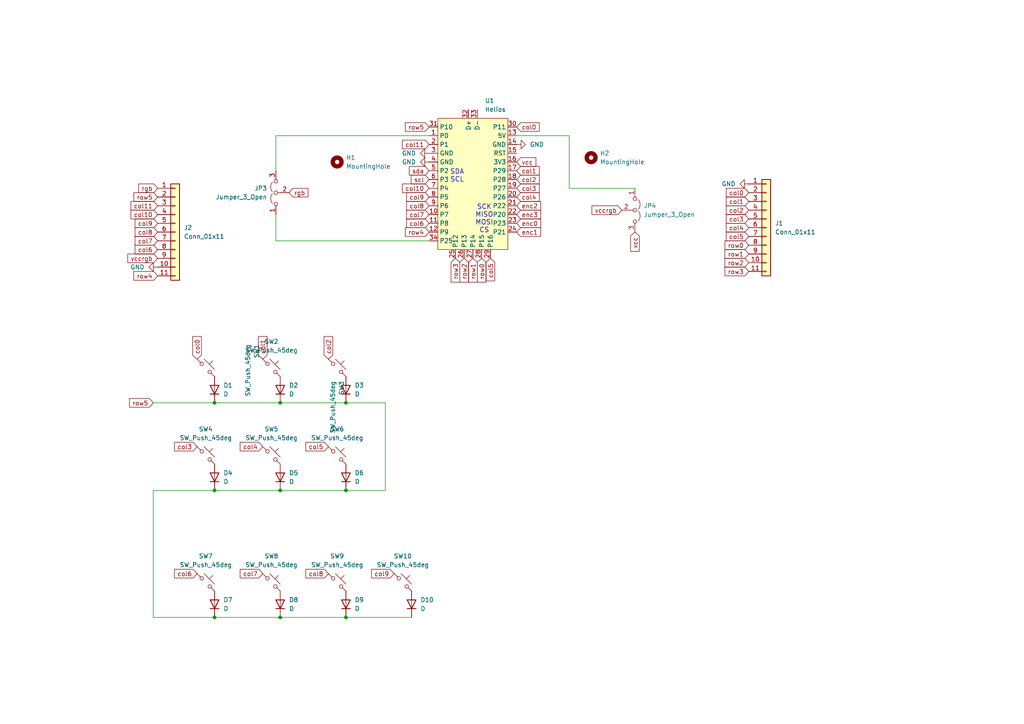
<source format=kicad_sch>
(kicad_sch (version 20250114) (generator "eeschema") (generator_version "9.0")
  (paper "A4")
  (lib_symbols
    (symbol "Connector_Generic:Conn_01x11" (pin_names (offset 1.016) (hide yes))
      (property "Reference" "J" (at 0 15.24 0))
      (property "Value" "Conn_01x11" (at 0 -15.24 0))
      (symbol "Conn_01x11_1_1"
        (rectangle (start -1.27 13.97) (end 1.27 -13.97) (stroke (width 0.254)) (fill (type background)))
        (rectangle (start -1.27 12.827) (end 0 12.573) (stroke (width 0.1524)))
        (rectangle (start -1.27 10.287) (end 0 10.033) (stroke (width 0.1524)))
        (rectangle (start -1.27 7.747) (end 0 7.493) (stroke (width 0.1524)))
        (rectangle (start -1.27 5.207) (end 0 4.953) (stroke (width 0.1524)))
        (rectangle (start -1.27 2.667) (end 0 2.413) (stroke (width 0.1524)))
        (rectangle (start -1.27 0.127) (end 0 -0.127) (stroke (width 0.1524)))
        (rectangle (start -1.27 -2.413) (end 0 -2.667) (stroke (width 0.1524)))
        (rectangle (start -1.27 -4.953) (end 0 -5.207) (stroke (width 0.1524)))
        (rectangle (start -1.27 -7.493) (end 0 -7.747) (stroke (width 0.1524)))
        (rectangle (start -1.27 -10.033) (end 0 -10.287) (stroke (width 0.1524)))
        (rectangle (start -1.27 -12.573) (end 0 -12.827) (stroke (width 0.1524)))
        (pin passive line (at -5.08 12.7 0) (length 3.81) (name "Pin_1") (number "1"))
        (pin passive line (at -5.08 10.16 0) (length 3.81) (name "Pin_2") (number "2"))
        (pin passive line (at -5.08 7.62 0) (length 3.81) (name "Pin_3") (number "3"))
        (pin passive line (at -5.08 5.08 0) (length 3.81) (name "Pin_4") (number "4"))
        (pin passive line (at -5.08 2.54 0) (length 3.81) (name "Pin_5") (number "5"))
        (pin passive line (at -5.08 0 0) (length 3.81) (name "Pin_6") (number "6"))
        (pin passive line (at -5.08 -2.54 0) (length 3.81) (name "Pin_7") (number "7"))
        (pin passive line (at -5.08 -5.08 0) (length 3.81) (name "Pin_8") (number "8"))
        (pin passive line (at -5.08 -7.62 0) (length 3.81) (name "Pin_9") (number "9"))
        (pin passive line (at -5.08 -10.16 0) (length 3.81) (name "Pin_10") (number "10"))
        (pin passive line (at -5.08 -12.7 0) (length 3.81) (name "Pin_11") (number "11"))
      )
    )
    (symbol "Device:D" (pin_numbers (hide yes)) (pin_names (offset 1.016) (hide yes))
      (property "Reference" "D" (at 0 2.54 0))
      (property "Value" "D" (at 0 -2.54 0))
      (symbol "D_0_1"
        (polyline (pts (xy -1.27 1.27) (xy -1.27 -1.27)) (stroke (width 0.254)))
        (polyline (pts (xy 1.27 1.27) (xy 1.27 -1.27) (xy -1.27 0) (xy 1.27 1.27)) (stroke (width 0.254)))
        (polyline (pts (xy 1.27 0) (xy -1.27 0)))
      )
      (symbol "D_1_1"
        (pin passive line (at -3.81 0 0) (length 2.54) (name "K") (number "1"))
        (pin passive line (at 3.81 0 180) (length 2.54) (name "A") (number "2"))
      )
    )
    (symbol "Jumper:Jumper_3_Open" (pin_names (offset 0) (hide yes)) (exclude_from_sim yes) (in_bom no)
      (property "Reference" "JP" (at -2.54 -2.54 0))
      (property "Value" "Jumper_3_Open" (at 0 2.794 0))
      (symbol "Jumper_3_Open_0_0"
        (circle (center -3.302 0) (radius 0.508))
        (circle (center 0 0) (radius 0.508))
        (circle (center 3.302 0) (radius 0.508))
      )
      (symbol "Jumper_3_Open_0_1"
        (arc (start -3.048 1.016) (mid -1.651 1.4992) (end -0.254 1.016))
        (polyline (pts (xy 0 -0.508) (xy 0 -1.27)))
        (arc (start 0.254 1.016) (mid 1.651 1.4992) (end 3.048 1.016))
      )
      (symbol "Jumper_3_Open_1_1"
        (pin passive line (at -6.35 0 0) (length 2.54) (name "A") (number "1"))
        (pin passive line (at 0 -3.81 90) (length 2.54) (name "C") (number "2"))
        (pin passive line (at 6.35 0 180) (length 2.54) (name "B") (number "3"))
      )
    )
    (symbol "Mechanical:MountingHole" (pin_names (offset 1.016)) (exclude_from_sim yes) (in_bom no)
      (property "Reference" "H" (at 0 5.08 0))
      (property "Value" "MountingHole" (at 0 3.175 0))
      (symbol "MountingHole_0_1"
        (circle (center 0 0) (radius 1.27) (stroke (width 1.27)))
      )
    )
    (symbol "PCM_marbastlib-promicroish:Helios" (in_bom no)
      (property "Reference" "U" (at -7.62 22.86 0))
      (property "Value" "Helios" (at -7.62 20.32 0))
      (symbol "Helios_0_0"
        (pin bidirectional line (at -12.7 13.97 0) (length 2.54) (name "P0") (number "1"))
        (pin bidirectional line (at -12.7 11.43 0) (length 2.54) (name "P1") (number "2"))
        (pin power_out line (at -12.7 8.89 0) (length 2.54) (name "GND") (number "3"))
        (pin power_out line (at -12.7 6.35 0) (length 2.54) (name "GND") (number "4"))
        (pin bidirectional line (at -12.7 3.81 0) (length 2.54) (name "P2") (number "5"))
        (pin bidirectional line (at -12.7 1.27 0) (length 2.54) (name "P3") (number "6"))
        (pin bidirectional line (at -12.7 -1.27 0) (length 2.54) (name "P4") (number "7"))
        (pin bidirectional line (at -12.7 -3.81 0) (length 2.54) (name "P5") (number "8"))
        (pin bidirectional line (at -12.7 -6.35 0) (length 2.54) (name "P6") (number "9"))
        (pin bidirectional line (at -12.7 -8.89 0) (length 2.54) (name "P7") (number "10"))
        (pin bidirectional line (at -12.7 -11.43 0) (length 2.54) (name "P8") (number "11"))
        (pin bidirectional line (at -12.7 -13.97 0) (length 2.54) (name "P9") (number "12"))
        (pin power_out line (at 12.7 11.43 180) (length 2.54) (name "GND") (number "14"))
        (pin bidirectional line (at 12.7 8.89 180) (length 2.54) (name "RST") (number "15"))
        (pin bidirectional line (at 12.7 3.81 180) (length 2.54) (name "P29") (number "17"))
        (pin bidirectional line (at 12.7 1.27 180) (length 2.54) (name "P28") (number "18"))
        (pin bidirectional line (at 12.7 -1.27 180) (length 2.54) (name "P27") (number "19"))
        (pin bidirectional line (at 12.7 -3.81 180) (length 2.54) (name "P26") (number "20"))
        (pin bidirectional line (at 12.7 -6.35 180) (length 2.54) (name "P22") (number "21"))
        (pin bidirectional line (at 12.7 -8.89 180) (length 2.54) (name "P20") (number "22"))
        (pin bidirectional line (at 12.7 -11.43 180) (length 2.54) (name "P23") (number "23"))
        (pin bidirectional line (at 12.7 -13.97 180) (length 2.54) (name "P21") (number "24"))
      )
      (symbol "Helios_1_0"
        (pin bidirectional line (at -12.7 16.51 0) (length 2.54) (name "P10") (number "31"))
        (pin bidirectional line (at -12.7 -16.51 0) (length 2.54) (name "P25") (number "34"))
        (pin bidirectional line (at -5.08 -21.59 90) (length 2.54) (name "P12") (number "25"))
        (pin bidirectional line (at -2.54 -21.59 90) (length 2.54) (name "P13") (number "26"))
        (pin bidirectional line (at -1.27 21.59 270) (length 2.54) (name "D+") (number "32"))
        (pin bidirectional line (at 0 -21.59 90) (length 2.54) (name "P14") (number "27"))
        (pin bidirectional line (at 1.27 21.59 270) (length 2.54) (name "D-") (number "33"))
        (pin bidirectional line (at 2.54 -21.59 90) (length 2.54) (name "P15") (number "28"))
        (pin bidirectional line (at 5.08 -21.59 90) (length 2.54) (name "P16") (number "29"))
        (pin power_in line (at 12.7 16.51 180) (length 2.54) (name "P11") (number "30"))
        (pin bidirectional line (at 12.7 13.97 180) (length 2.54) (name "5V") (number "13"))
        (pin power_out line (at 12.7 6.35 180) (length 2.54) (name "3V3") (number "16"))
      )
      (symbol "Helios_1_1"
        (rectangle (start -10.16 19.05) (end 10.16 -19.05) (fill (type background)))
      )
    )
    (symbol "Switch:SW_Push_45deg" (pin_numbers (hide yes)) (pin_names (offset 1.016) (hide yes))
      (property "Reference" "SW" (at 3.048 1.016 0))
      (property "Value" "SW_Push_45deg" (at 0 -3.81 0))
      (symbol "SW_Push_45deg_0_1"
        (polyline (pts (xy -2.54 2.54) (xy -1.524 1.524) (xy -1.524 1.524)))
        (circle (center -1.1684 1.1684) (radius 0.508))
        (polyline (pts (xy -0.508 2.54) (xy 2.54 -0.508)))
        (polyline (pts (xy 1.016 1.016) (xy 2.032 2.032)))
        (circle (center 1.143 -1.1938) (radius 0.508))
        (polyline (pts (xy 1.524 -1.524) (xy 2.54 -2.54) (xy 2.54 -2.54) (xy 2.54 -2.54)))
        (pin passive line (at -2.54 2.54 0) (length 0) (name "1") (number "1"))
        (pin passive line (at 2.54 -2.54 180) (length 0) (name "2") (number "2"))
      )
    )
    (symbol "power:GND" (power) (pin_numbers (hide yes)) (pin_names (offset 0) (hide yes))
      (property "Value" "GND" (at 0 -3.81 0))
      (symbol "GND_0_1"
        (polyline (pts (xy 0 0) (xy 0 -1.27) (xy 1.27 -1.27) (xy 0 -2.54) (xy -1.27 -1.27) (xy 0 -1.27)))
      )
      (symbol "GND_1_1"
        (pin power_in line (at 0 0 270) (length 0) (name "~") (number "1"))
      )
    )
  )
  (text "SDA\nSCL" (at 132.588 51.054 0) (effects (font (size 1.397 1.397))))
  (text "SCK\nMISO\nMOSI\nCS" (at 140.462 63.5 0) (effects (font (size 1.397 1.397))))
  (junction (at 100.33 116.84))
  (junction (at 62.23 142.24))
  (junction (at 81.28 179.07))
  (junction (at 100.33 142.24))
  (junction (at 100.33 179.07))
  (junction (at 62.23 179.07))
  (junction (at 81.28 116.84))
  (junction (at 81.28 142.24))
  (junction (at 62.23 116.84))
  (wire (pts (xy 81.28 116.84) (xy 100.33 116.84)))
  (wire (pts (xy 44.45 179.07) (xy 62.23 179.07)))
  (wire (pts (xy 44.45 116.84) (xy 62.23 116.84)))
  (wire (pts (xy 44.45 142.24) (xy 44.45 179.07)))
  (wire (pts (xy 165.1 54.61) (xy 184.15 54.61)))
  (wire (pts (xy 62.23 142.24) (xy 81.28 142.24)))
  (wire (pts (xy 80.01 39.37) (xy 80.01 49.53)))
  (wire (pts (xy 80.01 69.85) (xy 124.46 69.85)))
  (wire (pts (xy 149.86 39.37) (xy 165.1 39.37)))
  (wire (pts (xy 62.23 116.84) (xy 81.28 116.84)))
  (wire (pts (xy 62.23 142.24) (xy 44.45 142.24)))
  (wire (pts (xy 100.33 142.24) (xy 111.76 142.24)))
  (wire (pts (xy 81.28 179.07) (xy 100.33 179.07)))
  (wire (pts (xy 100.33 116.84) (xy 111.76 116.84)))
  (wire (pts (xy 165.1 39.37) (xy 165.1 54.61)))
  (wire (pts (xy 62.23 179.07) (xy 81.28 179.07)))
  (wire (pts (xy 100.33 179.07) (xy 119.38 179.07)))
  (wire (pts (xy 81.28 142.24) (xy 100.33 142.24)))
  (wire (pts (xy 111.76 116.84) (xy 111.76 142.24)))
  (wire (pts (xy 80.01 39.37) (xy 124.46 39.37)))
  (wire (pts (xy 80.01 62.23) (xy 80.01 69.85)))
  (global_label "col11" (shape input) (at 124.46 41.91 180) (property "Intersheetrefs" "${INTERSHEET_REFS}" (effects (hide yes))))
  (global_label "col1" (shape input) (at 76.2 104.14 90) (property "Intersheetrefs" "${INTERSHEET_REFS}" (effects (hide yes))))
  (global_label "col1" (shape input) (at 149.86 49.53 0) (property "Intersheetrefs" "${INTERSHEET_REFS}" (effects (hide yes))))
  (global_label "col9" (shape input) (at 124.46 57.15 180) (property "Intersheetrefs" "${INTERSHEET_REFS}" (effects (hide yes))))
  (global_label "row2" (shape input) (at 134.62 74.93 270) (property "Intersheetrefs" "${INTERSHEET_REFS}" (effects (hide yes))))
  (global_label "col8" (shape input) (at 95.25 166.37 180) (property "Intersheetrefs" "${INTERSHEET_REFS}" (effects (hide yes))))
  (global_label "vccrgb" (shape input) (at 180.34 60.96 180) (property "Intersheetrefs" "${INTERSHEET_REFS}" (effects (hide yes))))
  (global_label "row5" (shape input) (at 44.45 116.84 180) (property "Intersheetrefs" "${INTERSHEET_REFS}" (effects (hide yes))))
  (global_label "col2" (shape input) (at 149.86 52.07 0) (property "Intersheetrefs" "${INTERSHEET_REFS}" (effects (hide yes))))
  (global_label "col5" (shape input) (at 95.25 129.54 180) (property "Intersheetrefs" "${INTERSHEET_REFS}" (effects (hide yes))))
  (global_label "enc0" (shape input) (at 149.86 64.77 0) (property "Intersheetrefs" "${INTERSHEET_REFS}" (effects (hide yes))))
  (global_label "col1" (shape input) (at 217.17 58.42 180) (property "Intersheetrefs" "${INTERSHEET_REFS}" (effects (hide yes))))
  (global_label "col5" (shape input) (at 142.24 74.93 270) (property "Intersheetrefs" "${INTERSHEET_REFS}" (effects (hide yes))))
  (global_label "col3" (shape input) (at 149.86 54.61 0) (property "Intersheetrefs" "${INTERSHEET_REFS}" (effects (hide yes))))
  (global_label "row1" (shape input) (at 217.17 73.66 180) (property "Intersheetrefs" "${INTERSHEET_REFS}" (effects (hide yes))))
  (global_label "vcc" (shape input) (at 184.15 67.31 270) (property "Intersheetrefs" "${INTERSHEET_REFS}" (effects (hide yes))))
  (global_label "col10" (shape input) (at 45.72 62.23 180) (property "Intersheetrefs" "${INTERSHEET_REFS}" (effects (hide yes))))
  (global_label "row0" (shape input) (at 139.7 74.93 270) (property "Intersheetrefs" "${INTERSHEET_REFS}" (effects (hide yes))))
  (global_label "row5" (shape input) (at 45.72 57.15 180) (property "Intersheetrefs" "${INTERSHEET_REFS}" (effects (hide yes))))
  (global_label "col7" (shape input) (at 124.46 62.23 180) (property "Intersheetrefs" "${INTERSHEET_REFS}" (effects (hide yes))))
  (global_label "col2" (shape input) (at 95.25 104.14 90) (property "Intersheetrefs" "${INTERSHEET_REFS}" (effects (hide yes))))
  (global_label "col6" (shape input) (at 124.46 64.77 180) (property "Intersheetrefs" "${INTERSHEET_REFS}" (effects (hide yes))))
  (global_label "col10" (shape input) (at 124.46 54.61 180) (property "Intersheetrefs" "${INTERSHEET_REFS}" (effects (hide yes))))
  (global_label "col6" (shape input) (at 45.72 72.39 180) (property "Intersheetrefs" "${INTERSHEET_REFS}" (effects (hide yes))))
  (global_label "col4" (shape input) (at 76.2 129.54 180) (property "Intersheetrefs" "${INTERSHEET_REFS}" (effects (hide yes))))
  (global_label "col0" (shape input) (at 57.15 104.14 90) (property "Intersheetrefs" "${INTERSHEET_REFS}" (effects (hide yes))))
  (global_label "row3" (shape input) (at 217.17 78.74 180) (property "Intersheetrefs" "${INTERSHEET_REFS}" (effects (hide yes))))
  (global_label "col4" (shape input) (at 149.86 57.15 0) (property "Intersheetrefs" "${INTERSHEET_REFS}" (effects (hide yes))))
  (global_label "rgb" (shape input) (at 83.82 55.88 0) (property "Intersheetrefs" "${INTERSHEET_REFS}" (effects (hide yes))))
  (global_label "col9" (shape input) (at 45.72 64.77 180) (property "Intersheetrefs" "${INTERSHEET_REFS}" (effects (hide yes))))
  (global_label "col9" (shape input) (at 114.3 166.37 180) (property "Intersheetrefs" "${INTERSHEET_REFS}" (effects (hide yes))))
  (global_label "col6" (shape input) (at 57.15 166.37 180) (property "Intersheetrefs" "${INTERSHEET_REFS}" (effects (hide yes))))
  (global_label "col11" (shape input) (at 45.72 59.69 180) (property "Intersheetrefs" "${INTERSHEET_REFS}" (effects (hide yes))))
  (global_label "rgb" (shape input) (at 45.72 54.61 180) (property "Intersheetrefs" "${INTERSHEET_REFS}" (effects (hide yes))))
  (global_label "vccrgb" (shape input) (at 45.72 74.93 180) (property "Intersheetrefs" "${INTERSHEET_REFS}" (effects (hide yes))))
  (global_label "row3" (shape input) (at 132.08 74.93 270) (property "Intersheetrefs" "${INTERSHEET_REFS}" (effects (hide yes))))
  (global_label "col4" (shape input) (at 217.17 66.04 180) (property "Intersheetrefs" "${INTERSHEET_REFS}" (effects (hide yes))))
  (global_label "col8" (shape input) (at 124.46 59.69 180) (property "Intersheetrefs" "${INTERSHEET_REFS}" (effects (hide yes))))
  (global_label "row0" (shape input) (at 217.17 71.12 180) (property "Intersheetrefs" "${INTERSHEET_REFS}" (effects (hide yes))))
  (global_label "col0" (shape input) (at 149.86 36.83 0) (property "Intersheetrefs" "${INTERSHEET_REFS}" (effects (hide yes))))
  (global_label "col7" (shape input) (at 76.2 166.37 180) (property "Intersheetrefs" "${INTERSHEET_REFS}" (effects (hide yes))))
  (global_label "enc2" (shape input) (at 149.86 59.69 0) (property "Intersheetrefs" "${INTERSHEET_REFS}" (effects (hide yes))))
  (global_label "col7" (shape input) (at 45.72 69.85 180) (property "Intersheetrefs" "${INTERSHEET_REFS}" (effects (hide yes))))
  (global_label "col3" (shape input) (at 57.15 129.54 180) (property "Intersheetrefs" "${INTERSHEET_REFS}" (effects (hide yes))))
  (global_label "sda" (shape input) (at 124.46 49.53 180) (property "Intersheetrefs" "${INTERSHEET_REFS}" (effects (hide yes))))
  (global_label "scl" (shape input) (at 124.46 52.07 180) (property "Intersheetrefs" "${INTERSHEET_REFS}" (effects (hide yes))))
  (global_label "vcc" (shape input) (at 149.86 46.99 0) (property "Intersheetrefs" "${INTERSHEET_REFS}" (effects (hide yes))))
  (global_label "col5" (shape input) (at 217.17 68.58 180) (property "Intersheetrefs" "${INTERSHEET_REFS}" (effects (hide yes))))
  (global_label "col2" (shape input) (at 217.17 60.96 180) (property "Intersheetrefs" "${INTERSHEET_REFS}" (effects (hide yes))))
  (global_label "row4" (shape input) (at 124.46 67.31 180) (property "Intersheetrefs" "${INTERSHEET_REFS}" (effects (hide yes))))
  (global_label "enc1" (shape input) (at 149.86 67.31 0) (property "Intersheetrefs" "${INTERSHEET_REFS}" (effects (hide yes))))
  (global_label "row1" (shape input) (at 137.16 74.93 270) (property "Intersheetrefs" "${INTERSHEET_REFS}" (effects (hide yes))))
  (global_label "col8" (shape input) (at 45.72 67.31 180) (property "Intersheetrefs" "${INTERSHEET_REFS}" (effects (hide yes))))
  (global_label "row5" (shape input) (at 124.46 36.83 180) (property "Intersheetrefs" "${INTERSHEET_REFS}" (effects (hide yes))))
  (global_label "enc3" (shape input) (at 149.86 62.23 0) (property "Intersheetrefs" "${INTERSHEET_REFS}" (effects (hide yes))))
  (global_label "row4" (shape input) (at 45.72 80.01 180) (property "Intersheetrefs" "${INTERSHEET_REFS}" (effects (hide yes))))
  (global_label "col0" (shape input) (at 217.17 55.88 180) (property "Intersheetrefs" "${INTERSHEET_REFS}" (effects (hide yes))))
  (global_label "col3" (shape input) (at 217.17 63.5 180) (property "Intersheetrefs" "${INTERSHEET_REFS}" (effects (hide yes))))
  (global_label "row2" (shape input) (at 217.17 76.2 180) (property "Intersheetrefs" "${INTERSHEET_REFS}" (effects (hide yes))))
  (symbol (lib_id "power:GND") (at 149.86 41.91 90) (unit 1)
    (property "Reference" "#PWR02" (effects (hide yes)))
    (property "Value" "GND" (at 153.67 41.9099 90) (effects (justify right)))
    (property "Description" "Power symbol creates a global label with name \"GND\" , ground" (effects (hide yes)))
  )
  (symbol (lib_id "Device:D") (at 81.28 138.43 90) (unit 1)
    (property "Reference" "D5" (at 83.82 137.1599 90) (effects (justify right)))
    (property "Value" "D" (at 83.82 139.6999 90) (effects (justify right)))
    (property "Footprint" "barnacle:D_SOD-123-minimal" (effects (hide yes)))
    (property "Description" "Diode" (effects (hide yes)))
    (property "Sim.Device" "D" (effects (hide yes)))
    (property "Sim.Pins" "1=K 2=A" (effects (hide yes)))
  )
  (symbol (lib_id "Switch:SW_Push_45deg") (at 78.74 168.91 0) (unit 1)
    (property "Reference" "SW8" (at 78.74 161.29 0))
    (property "Value" "SW_Push_45deg" (at 78.74 163.83 0))
    (property "Footprint" "PCM_marbastlib-mx:SW_MX_HS_S_CPG151101S11_1u" (effects (hide yes)))
    (property "Description" "Push button switch, normally open, two pins, 45° tilted" (effects (hide yes)))
  )
  (symbol (lib_id "Connector_Generic:Conn_01x11") (at 50.8 67.31 0) (unit 1)
    (property "Reference" "J2" (at 53.34 66.0399 0) (effects (justify left)))
    (property "Value" "Conn_01x11" (at 53.34 68.5799 0) (effects (justify left)))
    (property "Footprint" "Connector_PinHeader_2.54mm:PinHeader_1x11_P2.54mm_Vertical" (effects (hide yes)))
    (property "Description" "Generic connector, single row, 01x11, script generated (kicad-library-utils/schlib/autogen/connector/)" (effects (hide yes)))
  )
  (symbol (lib_id "Device:D") (at 100.33 138.43 90) (unit 1)
    (property "Reference" "D6" (at 102.87 137.1599 90) (effects (justify right)))
    (property "Value" "D" (at 102.87 139.6999 90) (effects (justify right)))
    (property "Footprint" "barnacle:D_SOD-123-minimal" (effects (hide yes)))
    (property "Description" "Diode" (effects (hide yes)))
    (property "Sim.Device" "D" (effects (hide yes)))
    (property "Sim.Pins" "1=K 2=A" (effects (hide yes)))
  )
  (symbol (lib_id "Device:D") (at 62.23 138.43 90) (unit 1)
    (property "Reference" "D4" (at 64.77 137.1599 90) (effects (justify right)))
    (property "Value" "D" (at 64.77 139.6999 90) (effects (justify right)))
    (property "Footprint" "barnacle:D_SOD-123-minimal" (effects (hide yes)))
    (property "Description" "Diode" (effects (hide yes)))
    (property "Sim.Device" "D" (effects (hide yes)))
    (property "Sim.Pins" "1=K 2=A" (effects (hide yes)))
  )
  (symbol (lib_id "power:GND") (at 124.46 46.99 270) (unit 1)
    (property "Reference" "#PWR04" (effects (hide yes)))
    (property "Value" "GND" (at 120.65 46.9899 90) (effects (justify right)))
    (property "Description" "Power symbol creates a global label with name \"GND\" , ground" (effects (hide yes)))
  )
  (symbol (lib_id "Device:D") (at 100.33 175.26 90) (unit 1)
    (property "Reference" "D9" (at 102.87 173.9899 90) (effects (justify right)))
    (property "Value" "D" (at 102.87 176.5299 90) (effects (justify right)))
    (property "Footprint" "barnacle:D_SOD-123-minimal" (effects (hide yes)))
    (property "Description" "Diode" (effects (hide yes)))
    (property "Sim.Device" "D" (effects (hide yes)))
    (property "Sim.Pins" "1=K 2=A" (effects (hide yes)))
  )
  (symbol (lib_id "Device:D") (at 81.28 113.03 90) (unit 1)
    (property "Reference" "D2" (at 83.82 111.7599 90) (effects (justify right)))
    (property "Value" "D" (at 83.82 114.2999 90) (effects (justify right)))
    (property "Footprint" "barnacle:D_SOD-123-minimal" (effects (hide yes)))
    (property "Description" "Diode" (effects (hide yes)))
    (property "Sim.Device" "D" (effects (hide yes)))
    (property "Sim.Pins" "1=K 2=A" (effects (hide yes)))
  )
  (symbol (lib_id "Jumper:Jumper_3_Open") (at 80.01 55.88 90) (unit 1) (exclude_from_sim yes) (in_bom no)
    (property "Reference" "JP3" (at 77.47 54.6099 90) (effects (justify left)))
    (property "Value" "Jumper_3_Open" (at 77.47 57.1499 90) (effects (justify left)))
    (property "Footprint" "Jumper:SolderJumper-3_P1.3mm_Open_RoundedPad1.0x1.5mm" (effects (hide yes)))
    (property "Description" "Jumper, 3-pole, both open" (effects (hide yes)))
  )
  (symbol (lib_id "Device:D") (at 81.28 175.26 90) (unit 1)
    (property "Reference" "D8" (at 83.82 173.9899 90) (effects (justify right)))
    (property "Value" "D" (at 83.82 176.5299 90) (effects (justify right)))
    (property "Footprint" "barnacle:D_SOD-123-minimal" (effects (hide yes)))
    (property "Description" "Diode" (effects (hide yes)))
    (property "Sim.Device" "D" (effects (hide yes)))
    (property "Sim.Pins" "1=K 2=A" (effects (hide yes)))
  )
  (symbol (lib_id "Switch:SW_Push_45deg") (at 116.84 168.91 0) (unit 1)
    (property "Reference" "SW10" (at 116.84 161.29 0))
    (property "Value" "SW_Push_45deg" (at 116.84 163.83 0))
    (property "Footprint" "PCM_marbastlib-mx:SW_MX_HS_S_CPG151101S11_1u" (effects (hide yes)))
    (property "Description" "Push button switch, normally open, two pins, 45° tilted" (effects (hide yes)))
  )
  (symbol (lib_id "Mechanical:MountingHole") (at 97.79 46.99 0) (unit 1) (exclude_from_sim yes) (in_bom no)
    (property "Reference" "H1" (at 100.33 45.7199 0) (effects (justify left)))
    (property "Value" "MountingHole" (at 100.33 48.2599 0) (effects (justify left)))
    (property "Footprint" "MountingHole:MountingHole_3.2mm_M3_DIN965_Pad" (effects (hide yes)))
    (property "Description" "Mounting Hole without connection" (effects (hide yes)))
  )
  (symbol (lib_id "Device:D") (at 100.33 113.03 90) (unit 1)
    (property "Reference" "D3" (at 102.87 111.7599 90) (effects (justify right)))
    (property "Value" "D" (at 102.87 114.2999 90) (effects (justify right)))
    (property "Footprint" "barnacle:D_SOD-123-minimal" (effects (hide yes)))
    (property "Description" "Diode" (effects (hide yes)))
    (property "Sim.Device" "D" (effects (hide yes)))
    (property "Sim.Pins" "1=K 2=A" (effects (hide yes)))
  )
  (symbol (lib_id "Switch:SW_Push_45deg") (at 78.74 132.08 0) (unit 1)
    (property "Reference" "SW5" (at 78.74 124.46 0))
    (property "Value" "SW_Push_45deg" (at 78.74 127 0))
    (property "Footprint" "PCM_marbastlib-mx:SW_MX_HS_S_CPG151101S11_1u" (effects (hide yes)))
    (property "Description" "Push button switch, normally open, two pins, 45° tilted" (effects (hide yes)))
  )
  (symbol (lib_id "PCM_marbastlib-promicroish:Helios") (at 137.16 53.34 0) (unit 1) (in_bom no)
    (property "Reference" "U1" (at 140.6241 29.21 0) (effects (justify left)))
    (property "Value" "Helios" (at 140.6241 31.75 0) (effects (justify left)))
    (property "Footprint" "PCM_marbastlib-xp-promicroish:Helios_AH_USBup" (effects (hide yes)))
    (property "Datasheet" "https://github.com/0xCB-dev/0xCB-Helios" (effects (hide yes)))
    (property "Description" "Symbol for an 0xCB Helios" (effects (hide yes)))
  )
  (symbol (lib_id "Switch:SW_Push_45deg") (at 59.69 106.68 0) (unit 1)
    (property "Reference" "SW1" (at 74.422 99.822 90) (effects (justify right)))
    (property "Value" "SW_Push_45deg" (at 71.882 99.822 90) (effects (justify right)))
    (property "Footprint" "PCM_marbastlib-mx:SW_MX_HS_S_CPG151101S11_1u" (effects (hide yes)))
    (property "Description" "Push button switch, normally open, two pins, 45° tilted" (effects (hide yes)))
  )
  (symbol (lib_id "Device:D") (at 119.38 175.26 90) (unit 1)
    (property "Reference" "D10" (at 121.92 173.9899 90) (effects (justify right)))
    (property "Value" "D" (at 121.92 176.5299 90) (effects (justify right)))
    (property "Footprint" "barnacle:D_SOD-123-minimal" (effects (hide yes)))
    (property "Description" "Diode" (effects (hide yes)))
    (property "Sim.Device" "D" (effects (hide yes)))
    (property "Sim.Pins" "1=K 2=A" (effects (hide yes)))
  )
  (symbol (lib_id "power:GND") (at 217.17 53.34 270) (unit 1)
    (property "Reference" "#PWR05" (effects (hide yes)))
    (property "Value" "GND" (at 213.36 53.3399 90) (effects (justify right)))
    (property "Description" "Power symbol creates a global label with name \"GND\" , ground" (effects (hide yes)))
  )
  (symbol (lib_id "power:GND") (at 124.46 44.45 270) (unit 1)
    (property "Reference" "#PWR03" (effects (hide yes)))
    (property "Value" "GND" (at 120.65 44.4499 90) (effects (justify right)))
    (property "Description" "Power symbol creates a global label with name \"GND\" , ground" (effects (hide yes)))
  )
  (symbol (lib_id "power:GND") (at 45.72 77.47 270) (unit 1)
    (property "Reference" "#PWR01" (effects (hide yes)))
    (property "Value" "GND" (at 41.91 77.4699 90) (effects (justify right)))
    (property "Description" "Power symbol creates a global label with name \"GND\" , ground" (effects (hide yes)))
  )
  (symbol (lib_id "Switch:SW_Push_45deg") (at 97.79 106.68 0) (unit 1)
    (property "Reference" "SW3" (at 99.0601 110.49 90) (effects (justify right)))
    (property "Value" "SW_Push_45deg" (at 96.5201 110.49 90) (effects (justify right)))
    (property "Footprint" "PCM_marbastlib-mx:SW_MX_HS_S_CPG151101S11_1u" (effects (hide yes)))
    (property "Description" "Push button switch, normally open, two pins, 45° tilted" (effects (hide yes)))
  )
  (symbol (lib_id "Switch:SW_Push_45deg") (at 78.74 106.68 0) (unit 1)
    (property "Reference" "SW2" (at 78.74 99.06 0))
    (property "Value" "SW_Push_45deg" (at 78.74 101.6 0))
    (property "Footprint" "PCM_marbastlib-mx:SW_MX_1u" (effects (hide yes)))
    (property "Description" "Push button switch, normally open, two pins, 45° tilted" (effects (hide yes)))
  )
  (symbol (lib_id "Device:D") (at 62.23 175.26 90) (unit 1)
    (property "Reference" "D7" (at 64.77 173.9899 90) (effects (justify right)))
    (property "Value" "D" (at 64.77 176.5299 90) (effects (justify right)))
    (property "Footprint" "barnacle:D_SOD-123-minimal" (effects (hide yes)))
    (property "Description" "Diode" (effects (hide yes)))
    (property "Sim.Device" "D" (effects (hide yes)))
    (property "Sim.Pins" "1=K 2=A" (effects (hide yes)))
  )
  (symbol (lib_id "Device:D") (at 62.23 113.03 90) (unit 1)
    (property "Reference" "D1" (at 64.77 111.7599 90) (effects (justify right)))
    (property "Value" "D" (at 64.77 114.2999 90) (effects (justify right)))
    (property "Footprint" "barnacle:D_SOD-123-minimal" (effects (hide yes)))
    (property "Description" "Diode" (effects (hide yes)))
    (property "Sim.Device" "D" (effects (hide yes)))
    (property "Sim.Pins" "1=K 2=A" (effects (hide yes)))
  )
  (symbol (lib_id "Switch:SW_Push_45deg") (at 97.79 132.08 0) (unit 1)
    (property "Reference" "SW6" (at 97.79 124.46 0))
    (property "Value" "SW_Push_45deg" (at 97.79 127 0))
    (property "Footprint" "PCM_marbastlib-mx:SW_MX_HS_S_CPG151101S11_1u" (effects (hide yes)))
    (property "Description" "Push button switch, normally open, two pins, 45° tilted" (effects (hide yes)))
  )
  (symbol (lib_id "Mechanical:MountingHole") (at 171.45 45.72 0) (unit 1) (exclude_from_sim yes) (in_bom no)
    (property "Reference" "H2" (at 173.99 44.4499 0) (effects (justify left)))
    (property "Value" "MountingHole" (at 173.99 46.9899 0) (effects (justify left)))
    (property "Footprint" "MountingHole:MountingHole_3.2mm_M3_DIN965_Pad" (effects (hide yes)))
    (property "Description" "Mounting Hole without connection" (effects (hide yes)))
  )
  (symbol (lib_id "Connector_Generic:Conn_01x11") (at 222.25 66.04 0) (unit 1)
    (property "Reference" "J1" (at 224.79 64.7699 0) (effects (justify left)))
    (property "Value" "Conn_01x11" (at 224.79 67.3099 0) (effects (justify left)))
    (property "Footprint" "Connector_PinHeader_2.54mm:PinHeader_1x11_P2.54mm_Vertical" (effects (hide yes)))
    (property "Description" "Generic connector, single row, 01x11, script generated (kicad-library-utils/schlib/autogen/connector/)" (effects (hide yes)))
  )
  (symbol (lib_id "Switch:SW_Push_45deg") (at 59.69 168.91 0) (unit 1)
    (property "Reference" "SW7" (at 59.69 161.29 0))
    (property "Value" "SW_Push_45deg" (at 59.69 163.83 0))
    (property "Footprint" "PCM_marbastlib-mx:SW_MX_HS_S_CPG151101S11_1u" (effects (hide yes)))
    (property "Description" "Push button switch, normally open, two pins, 45° tilted" (effects (hide yes)))
  )
  (symbol (lib_id "Switch:SW_Push_45deg") (at 59.69 132.08 0) (unit 1)
    (property "Reference" "SW4" (at 59.69 124.46 0))
    (property "Value" "SW_Push_45deg" (at 59.69 127 0))
    (property "Footprint" "PCM_marbastlib-mx:SW_MX_HS_S_CPG151101S11_1u" (effects (hide yes)))
    (property "Description" "Push button switch, normally open, two pins, 45° tilted" (effects (hide yes)))
  )
  (symbol (lib_id "Switch:SW_Push_45deg") (at 97.79 168.91 0) (unit 1)
    (property "Reference" "SW9" (at 97.79 161.29 0))
    (property "Value" "SW_Push_45deg" (at 97.79 163.83 0))
    (property "Footprint" "PCM_marbastlib-mx:SW_MX_HS_S_CPG151101S11_1u" (effects (hide yes)))
    (property "Description" "Push button switch, normally open, two pins, 45° tilted" (effects (hide yes)))
  )
  (symbol (lib_id "Jumper:Jumper_3_Open") (at 184.15 60.96 270) (unit 1) (exclude_from_sim yes) (in_bom no)
    (property "Reference" "JP4" (at 186.69 59.6899 90) (effects (justify left)))
    (property "Value" "Jumper_3_Open" (at 186.69 62.2299 90) (effects (justify left)))
    (property "Footprint" "Jumper:SolderJumper-3_P1.3mm_Open_RoundedPad1.0x1.5mm" (effects (hide yes)))
    (property "Description" "Jumper, 3-pole, both open" (effects (hide yes)))
  )
)
</source>
